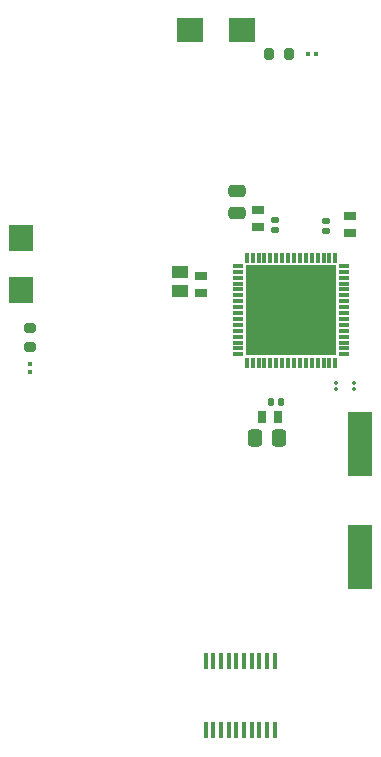
<source format=gbr>
%TF.GenerationSoftware,KiCad,Pcbnew,7.0.9*%
%TF.CreationDate,2024-01-11T15:45:20-05:00*%
%TF.ProjectId,AD7779_breakout,41443737-3739-45f6-9272-65616b6f7574,rev?*%
%TF.SameCoordinates,Original*%
%TF.FileFunction,Paste,Top*%
%TF.FilePolarity,Positive*%
%FSLAX46Y46*%
G04 Gerber Fmt 4.6, Leading zero omitted, Abs format (unit mm)*
G04 Created by KiCad (PCBNEW 7.0.9) date 2024-01-11 15:45:20*
%MOMM*%
%LPD*%
G01*
G04 APERTURE LIST*
G04 Aperture macros list*
%AMRoundRect*
0 Rectangle with rounded corners*
0 $1 Rounding radius*
0 $2 $3 $4 $5 $6 $7 $8 $9 X,Y pos of 4 corners*
0 Add a 4 corners polygon primitive as box body*
4,1,4,$2,$3,$4,$5,$6,$7,$8,$9,$2,$3,0*
0 Add four circle primitives for the rounded corners*
1,1,$1+$1,$2,$3*
1,1,$1+$1,$4,$5*
1,1,$1+$1,$6,$7*
1,1,$1+$1,$8,$9*
0 Add four rect primitives between the rounded corners*
20,1,$1+$1,$2,$3,$4,$5,0*
20,1,$1+$1,$4,$5,$6,$7,0*
20,1,$1+$1,$6,$7,$8,$9,0*
20,1,$1+$1,$8,$9,$2,$3,0*%
G04 Aperture macros list end*
%ADD10RoundRect,0.200000X0.275000X-0.200000X0.275000X0.200000X-0.275000X0.200000X-0.275000X-0.200000X0*%
%ADD11RoundRect,0.250000X0.337500X0.475000X-0.337500X0.475000X-0.337500X-0.475000X0.337500X-0.475000X0*%
%ADD12RoundRect,0.200000X0.200000X0.275000X-0.200000X0.275000X-0.200000X-0.275000X0.200000X-0.275000X0*%
%ADD13RoundRect,0.250000X-0.475000X0.250000X-0.475000X-0.250000X0.475000X-0.250000X0.475000X0.250000X0*%
%ADD14R,0.980000X0.780000*%
%ADD15RoundRect,0.075600X-0.224400X-0.194400X0.224400X-0.194400X0.224400X0.194400X-0.224400X0.194400X0*%
%ADD16R,0.780000X0.980000*%
%ADD17RoundRect,0.075600X-0.194400X0.224400X-0.194400X-0.224400X0.194400X-0.224400X0.194400X0.224400X0*%
%ADD18R,1.470000X1.020000*%
%ADD19RoundRect,0.079500X0.100500X-0.079500X0.100500X0.079500X-0.100500X0.079500X-0.100500X-0.079500X0*%
%ADD20RoundRect,0.079500X0.079500X0.100500X-0.079500X0.100500X-0.079500X-0.100500X0.079500X-0.100500X0*%
%ADD21R,2.250000X2.050000*%
%ADD22R,0.850000X0.300000*%
%ADD23R,0.300000X0.850000*%
%ADD24R,7.700000X7.700000*%
%ADD25R,2.000000X5.500000*%
%ADD26RoundRect,0.067500X0.067500X-0.067500X0.067500X0.067500X-0.067500X0.067500X-0.067500X-0.067500X0*%
%ADD27R,0.450000X1.475000*%
%ADD28R,2.050000X2.250000*%
G04 APERTURE END LIST*
D10*
%TO.C,R1*%
X136144000Y-109192000D03*
X136144000Y-107542000D03*
%TD*%
D11*
%TO.C,C10*%
X157247500Y-116840000D03*
X155172500Y-116840000D03*
%TD*%
D12*
%TO.C,R2*%
X158051000Y-84328000D03*
X156401000Y-84328000D03*
%TD*%
D13*
%TO.C,C13*%
X153670000Y-95951000D03*
X153670000Y-97851000D03*
%TD*%
D14*
%TO.C,C3*%
X150622000Y-103186000D03*
X150622000Y-104586000D03*
%TD*%
%TO.C,C4*%
X155448000Y-98998000D03*
X155448000Y-97598000D03*
%TD*%
%TO.C,C5*%
X163195000Y-98106000D03*
X163195000Y-99506000D03*
%TD*%
D15*
%TO.C,C7*%
X161163000Y-98503000D03*
X161163000Y-99363000D03*
%TD*%
%TO.C,C8*%
X156845000Y-98425000D03*
X156845000Y-99285000D03*
%TD*%
D16*
%TO.C,C9*%
X157164000Y-115062000D03*
X155764000Y-115062000D03*
%TD*%
D17*
%TO.C,C11*%
X157402000Y-113792000D03*
X156542000Y-113792000D03*
%TD*%
D18*
%TO.C,C12*%
X148844000Y-102822000D03*
X148844000Y-104442000D03*
%TD*%
D19*
%TO.C,D3*%
X136144000Y-110592000D03*
X136144000Y-111282000D03*
%TD*%
D20*
%TO.C,D4*%
X159675000Y-84328000D03*
X160365000Y-84328000D03*
%TD*%
D21*
%TO.C,D1*%
X154092000Y-82296000D03*
X149692000Y-82296000D03*
%TD*%
D22*
%TO.C,IC1*%
X153780000Y-102300000D03*
X153780000Y-102800000D03*
X153780000Y-103300000D03*
X153780000Y-103800000D03*
X153780000Y-104300000D03*
X153780000Y-104800000D03*
X153780000Y-105300000D03*
X153780000Y-105800000D03*
X153780000Y-106300000D03*
X153780000Y-106800000D03*
X153780000Y-107300000D03*
X153780000Y-107800000D03*
X153780000Y-108300000D03*
X153780000Y-108800000D03*
X153780000Y-109300000D03*
X153780000Y-109800000D03*
D23*
X154480000Y-110500000D03*
X154980000Y-110500000D03*
X155480000Y-110500000D03*
X155980000Y-110500000D03*
X156480000Y-110500000D03*
X156980000Y-110500000D03*
X157480000Y-110500000D03*
X157980000Y-110500000D03*
X158480000Y-110500000D03*
X158980000Y-110500000D03*
X159480000Y-110500000D03*
X159980000Y-110500000D03*
X160480000Y-110500000D03*
X160980000Y-110500000D03*
X161480000Y-110500000D03*
X161980000Y-110500000D03*
D22*
X162680000Y-109800000D03*
X162680000Y-109300000D03*
X162680000Y-108800000D03*
X162680000Y-108300000D03*
X162680000Y-107800000D03*
X162680000Y-107300000D03*
X162680000Y-106800000D03*
X162680000Y-106300000D03*
X162680000Y-105800000D03*
X162680000Y-105300000D03*
X162680000Y-104800000D03*
X162680000Y-104300000D03*
X162680000Y-103800000D03*
X162680000Y-103300000D03*
X162680000Y-102800000D03*
X162680000Y-102300000D03*
D23*
X161980000Y-101600000D03*
X161480000Y-101600000D03*
X160980000Y-101600000D03*
X160480000Y-101600000D03*
X159980000Y-101600000D03*
X159480000Y-101600000D03*
X158980000Y-101600000D03*
X158480000Y-101600000D03*
X157980000Y-101600000D03*
X157480000Y-101600000D03*
X156980000Y-101600000D03*
X156480000Y-101600000D03*
X155980000Y-101600000D03*
X155480000Y-101600000D03*
X154980000Y-101600000D03*
X154480000Y-101600000D03*
D24*
X158230000Y-106050000D03*
%TD*%
D25*
%TO.C,Y1*%
X164084000Y-117424000D03*
X164084000Y-126924000D03*
%TD*%
D26*
%TO.C,C1*%
X162052000Y-112735000D03*
X162052000Y-112185000D03*
%TD*%
D27*
%TO.C,IC2*%
X156849000Y-141622000D03*
X156199000Y-141622000D03*
X155549000Y-141622000D03*
X154899000Y-141622000D03*
X154249000Y-141622000D03*
X153599000Y-141622000D03*
X152949000Y-141622000D03*
X152299000Y-141622000D03*
X151649000Y-141622000D03*
X150999000Y-141622000D03*
X150999000Y-135746000D03*
X151649000Y-135746000D03*
X152299000Y-135746000D03*
X152949000Y-135746000D03*
X153599000Y-135746000D03*
X154249000Y-135746000D03*
X154899000Y-135746000D03*
X155549000Y-135746000D03*
X156199000Y-135746000D03*
X156849000Y-135746000D03*
%TD*%
D26*
%TO.C,C2*%
X163576000Y-112735000D03*
X163576000Y-112185000D03*
%TD*%
D28*
%TO.C,D2*%
X135382000Y-99908000D03*
X135382000Y-104308000D03*
%TD*%
M02*

</source>
